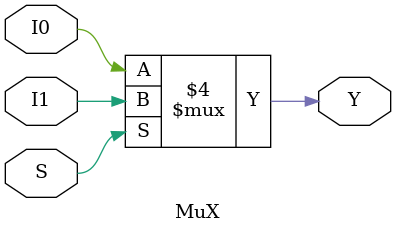
<source format=v>
module MuX(
    input I0,
    input I1,
    input S,
    output Y
    );
	 reg Y;
always @(I0,I1,S)
begin
 if(S==0)
 Y=I0;
 else
 Y=I1;
 end
 
endmodule

</source>
